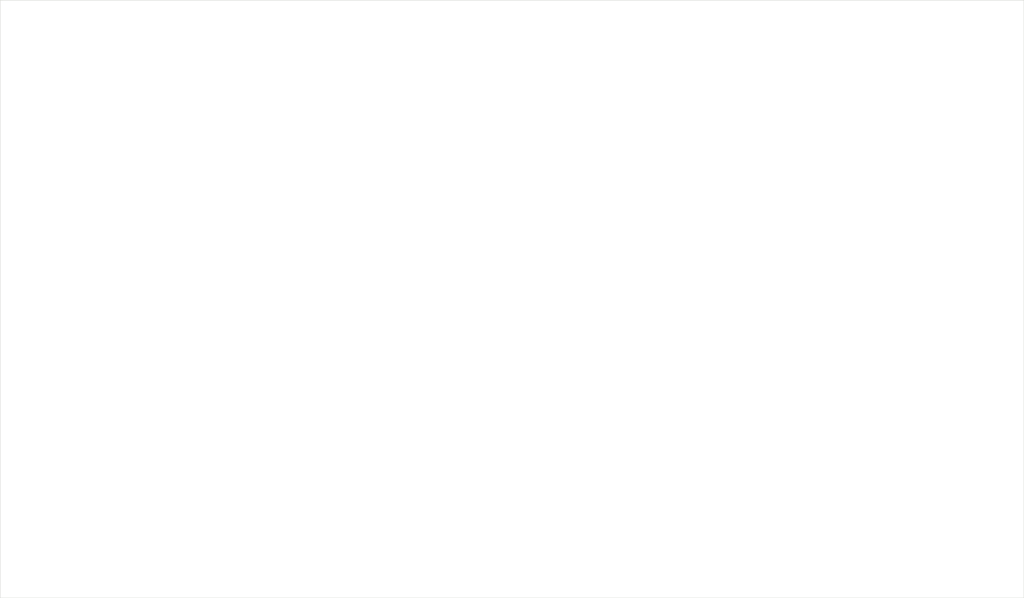
<source format=kicad_pcb>
(kicad_pcb (version 20211232) (generator pcbnew)

  (general
    (thickness 1.6)
  )

  (paper "A4")
  (layers
    (0 "F.Cu" signal)
    (31 "B.Cu" signal)
    (32 "B.Adhes" user "B.Adhesive")
    (33 "F.Adhes" user "F.Adhesive")
    (34 "B.Paste" user)
    (35 "F.Paste" user)
    (36 "B.SilkS" user "B.Silkscreen")
    (37 "F.SilkS" user "F.Silkscreen")
    (38 "B.Mask" user)
    (39 "F.Mask" user)
    (40 "Dwgs.User" user "User.Drawings")
    (41 "Cmts.User" user "User.Comments")
    (42 "Eco1.User" user "User.Eco1")
    (43 "Eco2.User" user "User.Eco2")
    (44 "Edge.Cuts" user)
    (45 "Margin" user)
    (46 "B.CrtYd" user "B.Courtyard")
    (47 "F.CrtYd" user "F.Courtyard")
    (48 "B.Fab" user)
    (49 "F.Fab" user)
    (50 "User.1" user)
    (51 "User.2" user)
    (52 "User.3" user)
    (53 "User.4" user)
    (54 "User.5" user)
    (55 "User.6" user)
    (56 "User.7" user)
    (57 "User.8" user)
    (58 "User.9" user)
  )

  (setup
    (pad_to_mask_clearance 0)
    (pcbplotparams
      (layerselection 0x00010fc_ffffffff)
      (disableapertmacros false)
      (usegerberextensions false)
      (usegerberattributes true)
      (usegerberadvancedattributes true)
      (creategerberjobfile true)
      (dashed_line_dash_ratio 12.000000)
      (dashed_line_gap_ratio 3.000000)
      (svguseinch false)
      (svgprecision 6)
      (excludeedgelayer true)
      (plotframeref false)
      (viasonmask false)
      (mode 1)
      (useauxorigin false)
      (hpglpennumber 1)
      (hpglpenspeed 20)
      (hpglpendiameter 15.000000)
      (dxfpolygonmode true)
      (dxfimperialunits true)
      (dxfusepcbnewfont true)
      (psnegative false)
      (psa4output false)
      (plotreference true)
      (plotvalue true)
      (plotinvisibletext false)
      (sketchpadsonfab false)
      (subtractmaskfromsilk false)
      (outputformat 1)
      (mirror false)
      (drillshape 1)
      (scaleselection 1)
      (outputdirectory "")
    )
  )

  (net 0 "")

  (gr_rect (start 26.67 19.558) (end 269.2908 161.3408)
    (stroke (width 0.1) (type default)) (fill none) (layer "Edge.Cuts") (tstamp 7327e925-2782-411c-bb67-42102cdb28ca))

)

</source>
